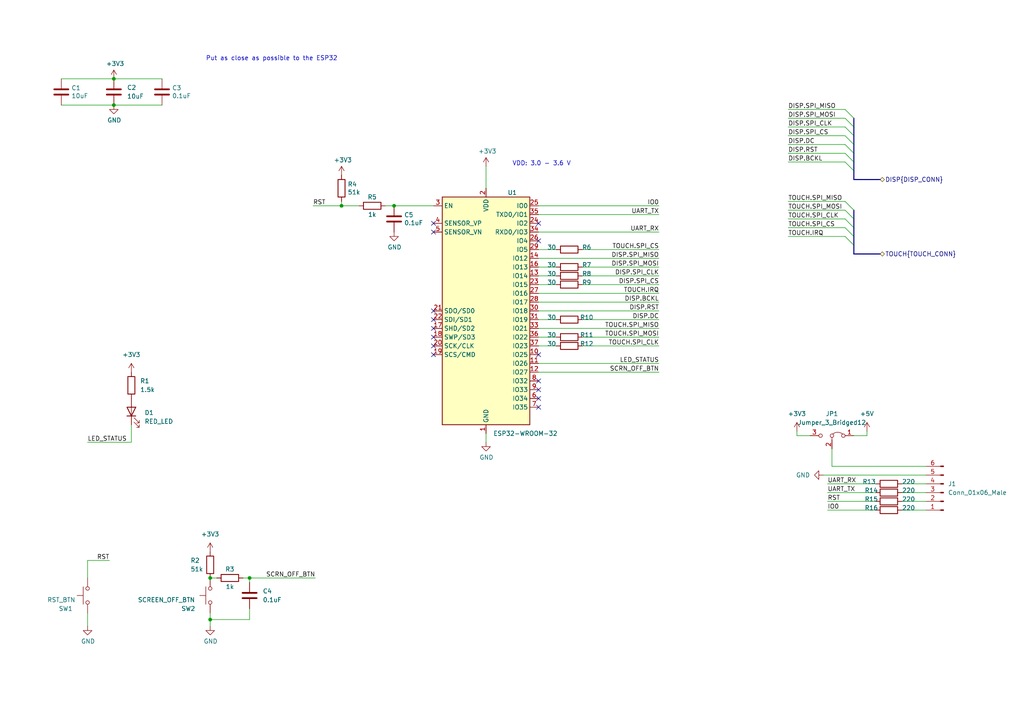
<source format=kicad_sch>
(kicad_sch (version 20211123) (generator eeschema)
  (paper "A4")
  (title_block (title "MCU") (date "2022/01/07") (rev "v0.1") (company "Bzgec"))
  (lib_symbols
    (symbol "Connector:Conn_01x06_Male" (pin_names (offset 1.016) hide)
      (property "Reference" "J" (at 0 7.62 0))
      (property "Value" "Conn_01x06_Male" (at 0 -10.16 0))
      (symbol "Conn_01x06_Male_1_1"
        (polyline (pts (xy 1.27 -7.62) (xy 0.8636 -7.62)) (stroke (width 0.1524)))
        (polyline (pts (xy 1.27 -5.08) (xy 0.8636 -5.08)) (stroke (width 0.1524)))
        (polyline (pts (xy 1.27 -2.54) (xy 0.8636 -2.54)) (stroke (width 0.1524)))
        (polyline (pts (xy 1.27 0) (xy 0.8636 0)) (stroke (width 0.1524)))
        (polyline (pts (xy 1.27 2.54) (xy 0.8636 2.54)) (stroke (width 0.1524)))
        (polyline (pts (xy 1.27 5.08) (xy 0.8636 5.08)) (stroke (width 0.1524)))
        (rectangle (start 0.8636 -7.493) (end 0 -7.747) (stroke (width 0.1524)) (fill (type outline)))
        (rectangle (start 0.8636 -4.953) (end 0 -5.207) (stroke (width 0.1524)) (fill (type outline)))
        (rectangle (start 0.8636 -2.413) (end 0 -2.667) (stroke (width 0.1524)) (fill (type outline)))
        (rectangle (start 0.8636 0.127) (end 0 -0.127) (stroke (width 0.1524)) (fill (type outline)))
        (rectangle (start 0.8636 2.667) (end 0 2.413) (stroke (width 0.1524)) (fill (type outline)))
        (rectangle (start 0.8636 5.207) (end 0 4.953) (stroke (width 0.1524)) (fill (type outline)))
        (pin passive line (at 5.08 5.08 180) (length 3.81) (name "Pin_1") (number "1"))
        (pin passive line (at 5.08 2.54 180) (length 3.81) (name "Pin_2") (number "2"))
        (pin passive line (at 5.08 0 180) (length 3.81) (name "Pin_3") (number "3"))
        (pin passive line (at 5.08 -2.54 180) (length 3.81) (name "Pin_4") (number "4"))
        (pin passive line (at 5.08 -5.08 180) (length 3.81) (name "Pin_5") (number "5"))
        (pin passive line (at 5.08 -7.62 180) (length 3.81) (name "Pin_6") (number "6"))
      )
    )
    (symbol "Device:C" (pin_numbers hide) (pin_names (offset 0.254))
      (property "Reference" "C" (at 0.635 2.54 0))
      (property "Value" "C" (at 0.635 -2.54 0))
      (symbol "C_0_1"
        (polyline (pts (xy -2.032 -0.762) (xy 2.032 -0.762)) (stroke (width 0.508)))
        (polyline (pts (xy -2.032 0.762) (xy 2.032 0.762)) (stroke (width 0.508)))
      )
      (symbol "C_1_1"
        (pin passive line (at 0 3.81 270) (length 2.794) (name "~") (number "1"))
        (pin passive line (at 0 -3.81 90) (length 2.794) (name "~") (number "2"))
      )
    )
    (symbol "Device:LED" (pin_numbers hide) (pin_names (offset 1.016) hide)
      (property "Reference" "D" (at 0 2.54 0))
      (property "Value" "LED" (at 0 -2.54 0))
      (symbol "LED_0_1"
        (polyline (pts (xy -1.27 -1.27) (xy -1.27 1.27)) (stroke (width 0.254)))
        (polyline (pts (xy -1.27 0) (xy 1.27 0)))
        (polyline (pts (xy 1.27 -1.27) (xy 1.27 1.27) (xy -1.27 0) (xy 1.27 -1.27)) (stroke (width 0.254)))
        (polyline (pts (xy -3.048 -0.762) (xy -4.572 -2.286) (xy -3.81 -2.286) (xy -4.572 -2.286) (xy -4.572 -1.524)))
        (polyline (pts (xy -1.778 -0.762) (xy -3.302 -2.286) (xy -2.54 -2.286) (xy -3.302 -2.286) (xy -3.302 -1.524)))
      )
      (symbol "LED_1_1"
        (pin passive line (at -3.81 0 0) (length 2.54) (name "K") (number "1"))
        (pin passive line (at 3.81 0 180) (length 2.54) (name "A") (number "2"))
      )
    )
    (symbol "Device:R" (pin_numbers hide) (pin_names (offset 0))
      (property "Reference" "R" (at 2.032 0 90))
      (property "Value" "R" (at 0 0 90))
      (symbol "R_0_1"
        (rectangle (start -1.016 -2.54) (end 1.016 2.54) (stroke (width 0.254)))
      )
      (symbol "R_1_1"
        (pin passive line (at 0 3.81 270) (length 1.27) (name "~") (number "1"))
        (pin passive line (at 0 -3.81 90) (length 1.27) (name "~") (number "2"))
      )
    )
    (symbol "Jumper:Jumper_3_Bridged12" (pin_names (offset 0) hide)
      (property "Reference" "JP" (at -2.54 -2.54 0))
      (property "Value" "Jumper_3_Bridged12" (at 0 2.794 0))
      (symbol "Jumper_3_Bridged12_0_0"
        (circle (center -3.302 0) (radius 0.508))
        (circle (center 0 0) (radius 0.508))
        (circle (center 3.302 0) (radius 0.508))
      )
      (symbol "Jumper_3_Bridged12_0_1"
        (arc (start -0.254 0.508) (mid -1.651 0.9912) (end -3.048 0.508))
        (polyline (pts (xy 0 -1.27) (xy 0 -0.508)))
      )
      (symbol "Jumper_3_Bridged12_1_1"
        (pin passive line (at -6.35 0 0) (length 2.54) (name "A") (number "1"))
        (pin input line (at 0 -3.81 90) (length 2.54) (name "C") (number "2"))
        (pin passive line (at 6.35 0 180) (length 2.54) (name "B") (number "3"))
      )
    )
    (symbol "RF_Module:ESP32-WROOM-32"
      (property "Reference" "U" (at -12.7 34.29 0))
      (property "Value" "ESP32-WROOM-32" (at 1.27 34.29 0))
      (symbol "ESP32-WROOM-32_0_1"
        (rectangle (start -12.7 33.02) (end 12.7 -33.02) (stroke (width 0.254)) (fill (type background)))
      )
      (symbol "ESP32-WROOM-32_1_1"
        (pin power_in line (at 0 -35.56 90) (length 2.54) (name "GND") (number "1"))
        (pin bidirectional line (at 15.24 -12.7 180) (length 2.54) (name "IO25") (number "10"))
        (pin bidirectional line (at 15.24 -15.24 180) (length 2.54) (name "IO26") (number "11"))
        (pin bidirectional line (at 15.24 -17.78 180) (length 2.54) (name "IO27") (number "12"))
        (pin bidirectional line (at 15.24 10.16 180) (length 2.54) (name "IO14") (number "13"))
        (pin bidirectional line (at 15.24 15.24 180) (length 2.54) (name "IO12") (number "14"))
        (pin passive line (at 0 -35.56 90) (length 2.54) hide (name "GND") (number "15"))
        (pin bidirectional line (at 15.24 12.7 180) (length 2.54) (name "IO13") (number "16"))
        (pin bidirectional line (at -15.24 -5.08 0) (length 2.54) (name "SHD/SD2") (number "17"))
        (pin bidirectional line (at -15.24 -7.62 0) (length 2.54) (name "SWP/SD3") (number "18"))
        (pin bidirectional line (at -15.24 -12.7 0) (length 2.54) (name "SCS/CMD") (number "19"))
        (pin power_in line (at 0 35.56 270) (length 2.54) (name "VDD") (number "2"))
        (pin bidirectional line (at -15.24 -10.16 0) (length 2.54) (name "SCK/CLK") (number "20"))
        (pin bidirectional line (at -15.24 0 0) (length 2.54) (name "SDO/SD0") (number "21"))
        (pin bidirectional line (at -15.24 -2.54 0) (length 2.54) (name "SDI/SD1") (number "22"))
        (pin bidirectional line (at 15.24 7.62 180) (length 2.54) (name "IO15") (number "23"))
        (pin bidirectional line (at 15.24 25.4 180) (length 2.54) (name "IO2") (number "24"))
        (pin bidirectional line (at 15.24 30.48 180) (length 2.54) (name "IO0") (number "25"))
        (pin bidirectional line (at 15.24 20.32 180) (length 2.54) (name "IO4") (number "26"))
        (pin bidirectional line (at 15.24 5.08 180) (length 2.54) (name "IO16") (number "27"))
        (pin bidirectional line (at 15.24 2.54 180) (length 2.54) (name "IO17") (number "28"))
        (pin bidirectional line (at 15.24 17.78 180) (length 2.54) (name "IO5") (number "29"))
        (pin input line (at -15.24 30.48 0) (length 2.54) (name "EN") (number "3"))
        (pin bidirectional line (at 15.24 0 180) (length 2.54) (name "IO18") (number "30"))
        (pin bidirectional line (at 15.24 -2.54 180) (length 2.54) (name "IO19") (number "31"))
        (pin no_connect line (at -12.7 -27.94 0) (length 2.54) hide (name "NC") (number "32"))
        (pin bidirectional line (at 15.24 -5.08 180) (length 2.54) (name "IO21") (number "33"))
        (pin bidirectional line (at 15.24 22.86 180) (length 2.54) (name "RXD0/IO3") (number "34"))
        (pin bidirectional line (at 15.24 27.94 180) (length 2.54) (name "TXD0/IO1") (number "35"))
        (pin bidirectional line (at 15.24 -7.62 180) (length 2.54) (name "IO22") (number "36"))
        (pin bidirectional line (at 15.24 -10.16 180) (length 2.54) (name "IO23") (number "37"))
        (pin passive line (at 0 -35.56 90) (length 2.54) hide (name "GND") (number "38"))
        (pin passive line (at 0 -35.56 90) (length 2.54) hide (name "GND") (number "39"))
        (pin input line (at -15.24 25.4 0) (length 2.54) (name "SENSOR_VP") (number "4"))
        (pin input line (at -15.24 22.86 0) (length 2.54) (name "SENSOR_VN") (number "5"))
        (pin input line (at 15.24 -25.4 180) (length 2.54) (name "IO34") (number "6"))
        (pin input line (at 15.24 -27.94 180) (length 2.54) (name "IO35") (number "7"))
        (pin bidirectional line (at 15.24 -20.32 180) (length 2.54) (name "IO32") (number "8"))
        (pin bidirectional line (at 15.24 -22.86 180) (length 2.54) (name "IO33") (number "9"))
      )
    )
    (symbol "Switch:SW_Push" (pin_numbers hide) (pin_names (offset 1.016) hide)
      (property "Reference" "SW" (at 1.27 2.54 0))
      (property "Value" "SW_Push" (at 0 -1.524 0))
      (symbol "SW_Push_0_1"
        (circle (center -2.032 0) (radius 0.508))
        (polyline (pts (xy 0 1.27) (xy 0 3.048)))
        (polyline (pts (xy 2.54 1.27) (xy -2.54 1.27)))
        (circle (center 2.032 0) (radius 0.508))
        (pin passive line (at -5.08 0 0) (length 2.54) (name "1") (number "1"))
        (pin passive line (at 5.08 0 180) (length 2.54) (name "2") (number "2"))
      )
    )
    (symbol "power:+3.3V" (power) (pin_names (offset 0))
      (property "Value" "+3.3V" (at 0 3.556 0))
      (symbol "+3.3V_0_1"
        (polyline (pts (xy -0.762 1.27) (xy 0 2.54)))
        (polyline (pts (xy 0 0) (xy 0 2.54)))
        (polyline (pts (xy 0 2.54) (xy 0.762 1.27)))
      )
      (symbol "+3.3V_1_1"
        (pin power_in line (at 0 0 90) (length 0) hide (name "+3V3") (number "1"))
      )
    )
    (symbol "power:+5V" (power) (pin_names (offset 0))
      (property "Value" "+5V" (at 0 3.556 0))
      (symbol "+5V_0_1"
        (polyline (pts (xy -0.762 1.27) (xy 0 2.54)))
        (polyline (pts (xy 0 0) (xy 0 2.54)))
        (polyline (pts (xy 0 2.54) (xy 0.762 1.27)))
      )
      (symbol "+5V_1_1"
        (pin power_in line (at 0 0 90) (length 0) hide (name "+5V") (number "1"))
      )
    )
    (symbol "power:GND" (power) (pin_names (offset 0))
      (property "Value" "GND" (at 0 -3.81 0))
      (symbol "GND_0_1"
        (polyline (pts (xy 0 0) (xy 0 -1.27) (xy 1.27 -1.27) (xy 0 -2.54) (xy -1.27 -1.27) (xy 0 -1.27)))
      )
      (symbol "GND_1_1"
        (pin power_in line (at 0 0 270) (length 0) hide (name "GND") (number "1"))
      )
    )
  )
  (bus_alias "TOUCH_CONN" (members "SPI_MISO" "SPI_MOSI" "SPI_CLK" "SPI_CS" "IRQ"))
  (junction (at 33.02 22.86))
  (junction (at 60.96 167.64))
  (junction (at 60.96 179.705))
  (junction (at 72.39 167.64))
  (junction (at 99.06 59.69))
  (junction (at 114.3 59.69))
  (junction (at 33.02 30.48))
  (no_connect (at 125.73 97.79))
  (no_connect (at 125.73 95.25))
  (no_connect (at 156.21 115.57))
  (no_connect (at 156.21 118.11))
  (no_connect (at 125.73 67.31))
  (no_connect (at 125.73 100.33))
  (no_connect (at 156.21 64.77))
  (no_connect (at 156.21 110.49))
  (no_connect (at 156.21 102.87))
  (no_connect (at 125.73 90.17))
  (no_connect (at 125.73 64.77))
  (no_connect (at 156.21 69.85))
  (no_connect (at 125.73 92.71))
  (no_connect (at 125.73 102.87))
  (no_connect (at 156.21 113.03))
  (bus_entry (at 245.11 60.96) (size 2.54 2.54))
  (bus_entry (at 245.11 34.29) (size 2.54 2.54))
  (bus_entry (at 245.11 68.58) (size 2.54 2.54))
  (bus_entry (at 245.11 41.91) (size 2.54 2.54))
  (bus_entry (at 245.11 66.04) (size 2.54 2.54))
  (bus_entry (at 245.11 63.5) (size 2.54 2.54))
  (bus_entry (at 245.11 39.37) (size 2.54 2.54))
  (bus_entry (at 245.11 46.99) (size 2.54 2.54))
  (bus_entry (at 245.11 58.42) (size 2.54 2.54))
  (bus_entry (at 245.11 31.75) (size 2.54 2.54))
  (bus_entry (at 245.11 36.83) (size 2.54 2.54))
  (bus_entry (at 245.11 44.45) (size 2.54 2.54))
  (wire (pts (xy 245.11 60.96) (xy 228.6 60.96)))
  (wire (pts (xy 228.6 46.99) (xy 245.11 46.99)))
  (wire (pts (xy 33.02 22.86) (xy 46.99 22.86)))
  (wire (pts (xy 99.06 59.69) (xy 104.14 59.69)))
  (wire (pts (xy 17.78 22.86) (xy 33.02 22.86)))
  (wire (pts (xy 90.805 59.69) (xy 99.06 59.69)))
  (bus (pts (xy 247.65 39.37) (xy 247.65 41.91)))
  (wire (pts (xy 245.11 39.37) (xy 228.6 39.37)))
  (wire (pts (xy 156.21 107.95) (xy 191.135 107.95)))
  (wire (pts (xy 238.76 137.795) (xy 268.605 137.795)))
  (wire (pts (xy 156.21 67.31) (xy 191.135 67.31)))
  (bus (pts (xy 247.65 49.53) (xy 247.65 52.07)))
  (wire (pts (xy 72.39 176.53) (xy 72.39 179.705)))
  (bus (pts (xy 247.65 60.96) (xy 247.65 63.5)))
  (wire (pts (xy 60.96 179.705) (xy 60.96 181.61)))
  (wire (pts (xy 99.06 58.42) (xy 99.06 59.69)))
  (wire (pts (xy 168.91 97.79) (xy 191.135 97.79)))
  (bus (pts (xy 247.65 73.66) (xy 255.27 73.66)))
  (wire (pts (xy 228.6 36.83) (xy 245.11 36.83)))
  (wire (pts (xy 240.03 147.955) (xy 254 147.955)))
  (wire (pts (xy 247.65 126.365) (xy 251.46 126.365)))
  (wire (pts (xy 228.6 31.75) (xy 245.11 31.75)))
  (wire (pts (xy 156.21 90.17) (xy 191.135 90.17)))
  (bus (pts (xy 247.65 71.12) (xy 247.65 73.66)))
  (wire (pts (xy 156.21 85.09) (xy 191.135 85.09)))
  (bus (pts (xy 247.65 46.99) (xy 247.65 49.53)))
  (wire (pts (xy 25.4 162.56) (xy 25.4 167.64)))
  (wire (pts (xy 228.6 41.91) (xy 245.11 41.91)))
  (wire (pts (xy 111.76 59.69) (xy 114.3 59.69)))
  (wire (pts (xy 140.97 128.27) (xy 140.97 125.73)))
  (bus (pts (xy 247.65 34.29) (xy 247.65 36.83)))
  (wire (pts (xy 33.02 30.48) (xy 46.99 30.48)))
  (bus (pts (xy 247.65 41.91) (xy 247.65 44.45)))
  (bus (pts (xy 247.65 63.5) (xy 247.65 66.04)))
  (wire (pts (xy 72.39 167.64) (xy 72.39 168.91)))
  (wire (pts (xy 245.11 66.04) (xy 228.6 66.04)))
  (wire (pts (xy 231.14 125.095) (xy 231.14 126.365)))
  (wire (pts (xy 156.21 72.39) (xy 161.29 72.39)))
  (wire (pts (xy 268.605 140.335) (xy 261.62 140.335)))
  (wire (pts (xy 156.21 87.63) (xy 191.135 87.63)))
  (wire (pts (xy 25.4 177.8) (xy 25.4 181.61)))
  (wire (pts (xy 268.605 142.875) (xy 261.62 142.875)))
  (wire (pts (xy 168.91 80.01) (xy 191.135 80.01)))
  (wire (pts (xy 168.91 77.47) (xy 191.135 77.47)))
  (wire (pts (xy 60.96 179.705) (xy 72.39 179.705)))
  (wire (pts (xy 17.78 30.48) (xy 33.02 30.48)))
  (wire (pts (xy 228.6 63.5) (xy 245.11 63.5)))
  (bus (pts (xy 247.65 36.83) (xy 247.65 39.37)))
  (wire (pts (xy 168.91 82.55) (xy 191.135 82.55)))
  (wire (pts (xy 38.1 128.27) (xy 25.4 128.27)))
  (wire (pts (xy 156.21 74.93) (xy 191.135 74.93)))
  (wire (pts (xy 168.91 92.71) (xy 191.135 92.71)))
  (wire (pts (xy 228.6 68.58) (xy 245.11 68.58)))
  (wire (pts (xy 168.91 72.39) (xy 191.135 72.39)))
  (wire (pts (xy 240.03 142.875) (xy 254 142.875)))
  (wire (pts (xy 245.11 34.29) (xy 228.6 34.29)))
  (wire (pts (xy 156.21 92.71) (xy 161.29 92.71)))
  (wire (pts (xy 140.97 48.26) (xy 140.97 54.61)))
  (wire (pts (xy 228.6 58.42) (xy 245.11 58.42)))
  (wire (pts (xy 72.39 167.64) (xy 91.44 167.64)))
  (wire (pts (xy 231.14 126.365) (xy 234.95 126.365)))
  (bus (pts (xy 247.65 44.45) (xy 247.65 46.99)))
  (wire (pts (xy 156.21 100.33) (xy 161.29 100.33)))
  (wire (pts (xy 241.3 130.175) (xy 241.3 135.255)))
  (wire (pts (xy 25.4 162.56) (xy 31.75 162.56)))
  (wire (pts (xy 125.73 59.69) (xy 114.3 59.69)))
  (wire (pts (xy 168.91 100.33) (xy 191.135 100.33)))
  (wire (pts (xy 60.96 177.8) (xy 60.96 179.705)))
  (wire (pts (xy 240.03 140.335) (xy 254 140.335)))
  (wire (pts (xy 38.1 123.19) (xy 38.1 128.27)))
  (wire (pts (xy 156.21 62.23) (xy 191.135 62.23)))
  (wire (pts (xy 156.21 105.41) (xy 191.135 105.41)))
  (bus (pts (xy 247.65 52.07) (xy 255.27 52.07)))
  (wire (pts (xy 156.21 80.01) (xy 161.29 80.01)))
  (bus (pts (xy 247.65 66.04) (xy 247.65 68.58)))
  (wire (pts (xy 156.21 97.79) (xy 161.29 97.79)))
  (wire (pts (xy 156.21 77.47) (xy 161.29 77.47)))
  (wire (pts (xy 156.21 82.55) (xy 161.29 82.55)))
  (wire (pts (xy 251.46 126.365) (xy 251.46 125.095)))
  (wire (pts (xy 245.11 44.45) (xy 228.6 44.45)))
  (wire (pts (xy 240.03 145.415) (xy 254 145.415)))
  (wire (pts (xy 70.485 167.64) (xy 72.39 167.64)))
  (wire (pts (xy 156.21 95.25) (xy 191.135 95.25)))
  (wire (pts (xy 268.605 145.415) (xy 261.62 145.415)))
  (wire (pts (xy 268.605 147.955) (xy 261.62 147.955)))
  (wire (pts (xy 156.21 59.69) (xy 191.135 59.69)))
  (bus (pts (xy 247.65 68.58) (xy 247.65 71.12)))
  (wire (pts (xy 241.3 135.255) (xy 268.605 135.255)))
  (wire (pts (xy 60.96 167.64) (xy 62.865 167.64)))
  (text "Put as close as possible to the ESP32" (at 59.69 17.78 0) (effects (font (size 1.27 1.27)) (justify left bottom)))
  (text "VDD: 3.0 - 3.6 V" (at 148.59 48.26 0) (effects (font (size 1.27 1.27)) (justify left bottom)))
  (label "UART_TX" (at 191.135 62.23 180))
  (label "RST" (at 31.75 162.56 180))
  (label "SCRN_OFF_BTN" (at 91.44 167.64 180))
  (label "DISP.BCKL" (at 191.135 87.63 180))
  (label "DISP.SPI_CS" (at 228.6 39.37 0))
  (label "UART_RX" (at 191.135 67.31 180))
  (label "TOUCH.SPI_MISO" (at 228.6 58.42 0))
  (label "TOUCH.IRQ" (at 228.6 68.58 0))
  (label "IO0" (at 240.03 147.955 0))
  (label "DISP.SPI_CLK" (at 191.135 80.01 180))
  (label "TOUCH.IRQ" (at 191.135 85.09 180))
  (label "TOUCH.SPI_CS" (at 228.6 66.04 0))
  (label "DISP.SPI_MOSI" (at 191.135 77.47 180))
  (label "LED_STATUS" (at 191.135 105.41 180))
  (label "TOUCH.SPI_CLK" (at 228.6 63.5 0))
  (label "DISP.SPI_CLK" (at 228.6 36.83 0))
  (label "DISP.DC" (at 228.6 41.91 0))
  (label "TOUCH.SPI_MISO" (at 191.135 95.25 180))
  (label "TOUCH.SPI_CLK" (at 191.135 100.33 180))
  (label "TOUCH.SPI_MOSI" (at 228.6 60.96 0))
  (label "DISP.BCKL" (at 228.6 46.99 0))
  (label "DISP.DC" (at 191.135 92.71 180))
  (label "DISP.SPI_MISO" (at 228.6 31.75 0))
  (label "LED_STATUS" (at 25.4 128.27 0))
  (label "DISP.SPI_MOSI" (at 228.6 34.29 0))
  (label "UART_RX" (at 240.03 140.335 0))
  (label "RST" (at 240.03 145.415 0))
  (label "DISP.SPI_CS" (at 191.135 82.55 180))
  (label "UART_TX" (at 240.03 142.875 0))
  (label "DISP.SPI_MISO" (at 191.135 74.93 180))
  (label "RST" (at 90.805 59.69 0))
  (label "DISP.RST" (at 228.6 44.45 0))
  (label "TOUCH.SPI_CS" (at 191.135 72.39 180))
  (label "DISP.RST" (at 191.135 90.17 180))
  (label "IO0" (at 191.135 59.69 180))
  (label "TOUCH.SPI_MOSI" (at 191.135 97.79 180))
  (label "SCRN_OFF_BTN" (at 191.135 107.95 180))
  (hierarchical_label "DISP{DISP_CONN}" (shape bidirectional) (at 255.27 52.07 0))
  (hierarchical_label "TOUCH{TOUCH_CONN}" (shape bidirectional) (at 255.27 73.66 0))
  (symbol (lib_id "RF_Module:ESP32-WROOM-32") (at 140.97 90.17 0) (unit 1)
    (property "Reference" "U1" (at 148.59 55.88 0))
    (property "Value" "ESP32-WROOM-32" (at 152.4 125.73 0))
    (property "Footprint" "RF_Module:ESP32-WROOM-32" (effects hide))
    (property "Datasheet" "https://www.espressif.com/sites/default/files/documentation/esp32-wroom-32_datasheet_en.pdf" (effects hide))
  )
  (symbol (lib_id "Device:R") (at 99.06 54.61 0) (unit 1)
    (property "Reference" "R4" (at 100.838 53.4416 0) (effects (justify left)))
    (property "Value" "51k" (at 100.838 55.753 0) (effects (justify left)))
    (property "Footprint" "Resistor_SMD:R_0603_1608Metric_Pad0.98x0.95mm_HandSolder" (effects hide))
  )
  (symbol (lib_id "Device:C") (at 114.3 63.5 0) (unit 1)
    (property "Reference" "C5" (at 117.221 62.3316 0) (effects (justify left)))
    (property "Value" "0.1uF" (at 117.221 64.643 0) (effects (justify left)))
    (property "Footprint" "Capacitor_SMD:C_0603_1608Metric_Pad1.08x0.95mm_HandSolder" (effects hide))
  )
  (symbol (lib_id "power:GND") (at 114.3 67.31 0) (unit 1)
    (property "Reference" "#PWR08" (effects hide))
    (property "Value" "GND" (at 114.427 71.7042 0))
  )
  (symbol (lib_id "power:+3.3V") (at 99.06 50.8 0) (unit 1)
    (property "Reference" "#PWR07" (effects hide))
    (property "Value" "+3.3V" (at 99.441 46.4058 0))
  )
  (symbol (lib_id "power:+3.3V") (at 140.97 48.26 0) (unit 1)
    (property "Reference" "#PWR09" (effects hide))
    (property "Value" "+3.3V" (at 141.351 43.8658 0))
  )
  (symbol (lib_id "power:GND") (at 140.97 128.27 0) (unit 1)
    (property "Reference" "#PWR010" (effects hide))
    (property "Value" "GND" (at 141.097 132.6642 0))
  )
  (symbol (lib_id "Device:C") (at 17.78 26.67 0) (unit 1)
    (property "Reference" "C1" (at 20.701 25.5016 0) (effects (justify left)))
    (property "Value" "10uF" (at 20.701 27.813 0) (effects (justify left)))
    (property "Footprint" "Capacitor_SMD:C_0603_1608Metric_Pad1.08x0.95mm_HandSolder" (effects hide))
  )
  (symbol (lib_id "Device:C") (at 46.99 26.67 0) (unit 1)
    (property "Reference" "C3" (at 49.911 25.5016 0) (effects (justify left)))
    (property "Value" "0.1uF" (at 49.911 27.813 0) (effects (justify left)))
    (property "Footprint" "Capacitor_SMD:C_0603_1608Metric_Pad1.08x0.95mm_HandSolder" (effects hide))
  )
  (symbol (lib_id "power:GND") (at 33.02 30.48 0) (unit 1)
    (property "Reference" "#PWR03" (effects hide))
    (property "Value" "GND" (at 33.147 34.8742 0))
  )
  (symbol (lib_id "power:+3.3V") (at 33.02 22.86 0) (unit 1)
    (property "Reference" "#PWR02" (effects hide))
    (property "Value" "+3.3V" (at 33.401 18.4658 0))
  )
  (symbol (lib_id "Switch:SW_Push") (at 25.4 172.72 90) (mirror x) (unit 1)
    (property "Reference" "SW1" (at 19.05 176.53 90))
    (property "Value" "RST_BTN" (at 17.78 173.99 90))
    (property "Footprint" "Button_Switch_THT:SW_Tactile_SPST_Angled_PTS645Vx83-2LFS" (effects hide))
  )
  (symbol (lib_id "power:GND") (at 25.4 181.61 0) (unit 1)
    (property "Reference" "#PWR01" (effects hide))
    (property "Value" "GND" (at 25.527 186.0042 0))
  )
  (symbol (lib_id "Switch:SW_Push") (at 60.96 172.72 90) (mirror x) (unit 1)
    (property "Reference" "SW2" (at 54.61 176.53 90))
    (property "Value" "SCREEN_OFF_BTN" (at 48.26 173.99 90))
    (property "Footprint" "Button_Switch_THT:SW_Tactile_SPST_Angled_PTS645Vx83-2LFS" (effects hide))
  )
  (symbol (lib_id "power:GND") (at 60.96 181.61 0) (unit 1)
    (property "Reference" "#PWR06" (effects hide))
    (property "Value" "GND" (at 61.087 186.0042 0))
  )
  (symbol (lib_id "Device:R") (at 107.95 59.69 90) (unit 1)
    (property "Reference" "R5" (at 107.95 57.15 90))
    (property "Value" "1k" (at 107.95 62.23 90))
    (property "Footprint" "Resistor_SMD:R_0603_1608Metric_Pad0.98x0.95mm_HandSolder" (effects hide))
  )
  (symbol (lib_id "Device:R") (at 257.81 145.415 90) (unit 1)
    (property "Reference" "R15" (at 252.73 144.78 90))
    (property "Value" "220" (at 263.525 144.78 90))
    (property "Footprint" "Resistor_SMD:R_0603_1608Metric_Pad0.98x0.95mm_HandSolder" (effects hide))
  )
  (symbol (lib_id "Device:R") (at 165.1 92.71 90) (unit 1)
    (property "Reference" "R10" (at 170.18 92.075 90))
    (property "Value" "30" (at 160.02 92.075 90))
    (property "Footprint" "Resistor_SMD:R_0603_1608Metric_Pad0.98x0.95mm_HandSolder" (effects hide))
  )
  (symbol (lib_id "Device:LED") (at 38.1 119.38 90) (unit 1)
    (property "Reference" "D1" (at 41.91 119.6974 90) (effects (justify right)))
    (property "Value" "RED_LED" (at 41.91 122.2374 90) (effects (justify right)))
    (property "Footprint" "Diode_SMD:D_0603_1608Metric_Pad1.05x0.95mm_HandSolder" (effects hide))
    (property "Datasheet" "https://www.we-online.com/katalog/datasheet/150060RS75000.pdf" (effects hide))
  )
  (symbol (lib_id "Device:C") (at 33.02 26.67 0) (unit 1)
    (property "Reference" "C2" (at 36.83 25.3999 0) (effects (justify left)))
    (property "Value" "10uF" (at 36.83 27.9399 0) (effects (justify left)))
    (property "Footprint" "Capacitor_SMD:C_0603_1608Metric_Pad1.08x0.95mm_HandSolder" (effects hide))
  )
  (symbol (lib_id "power:+5V") (at 251.46 125.095 0) (unit 1)
    (property "Reference" "#PWR013" (effects hide))
    (property "Value" "+5V" (at 251.46 120.015 0))
  )
  (symbol (lib_id "power:GND") (at 238.76 137.795 270) (unit 1)
    (property "Reference" "#PWR012" (effects hide))
    (property "Value" "GND" (at 234.95 137.7949 90) (effects (justify right)))
  )
  (symbol (lib_id "power:+3.3V") (at 60.96 160.02 0) (unit 1)
    (property "Reference" "#PWR05" (effects hide))
    (property "Value" "+3.3V" (at 60.96 154.94 0))
  )
  (symbol (lib_id "power:+3.3V") (at 38.1 107.95 0) (unit 1)
    (property "Reference" "#PWR04" (effects hide))
    (property "Value" "+3.3V" (at 38.1 102.87 0))
  )
  (symbol (lib_id "Jumper:Jumper_3_Bridged12") (at 241.3 126.365 0) (mirror y) (unit 1)
    (property "Reference" "JP1" (at 241.3 120.015 0))
    (property "Value" "Jumper_3_Bridged12" (at 241.3 122.555 0))
    (property "Footprint" "Jumper:SolderJumper-3_P1.3mm_Bridged12_RoundedPad1.0x1.5mm" (effects hide))
  )
  (symbol (lib_id "Device:R") (at 60.96 163.83 0) (unit 1)
    (property "Reference" "R2" (at 55.245 162.56 0) (effects (justify left)))
    (property "Value" "51k" (at 55.245 165.1 0) (effects (justify left)))
    (property "Footprint" "Resistor_SMD:R_0603_1608Metric_Pad0.98x0.95mm_HandSolder" (effects hide))
  )
  (symbol (lib_id "Device:R") (at 165.1 82.55 90) (unit 1)
    (property "Reference" "R9" (at 170.18 81.915 90))
    (property "Value" "30" (at 160.02 81.915 90))
    (property "Footprint" "Resistor_SMD:R_0603_1608Metric_Pad0.98x0.95mm_HandSolder" (effects hide))
  )
  (symbol (lib_id "Connector:Conn_01x06_Male") (at 273.685 142.875 180) (unit 1)
    (property "Reference" "J1" (at 274.955 140.3349 0) (effects (justify right)))
    (property "Value" "Conn_01x06_Male" (at 274.955 142.8749 0) (effects (justify right)))
    (property "Footprint" "Connector_PinHeader_2.54mm:PinHeader_1x06_P2.54mm_Horizontal" (effects hide))
  )
  (symbol (lib_id "Device:R") (at 257.81 147.955 90) (unit 1)
    (property "Reference" "R16" (at 252.73 147.32 90))
    (property "Value" "220" (at 263.525 147.32 90))
    (property "Footprint" "Resistor_SMD:R_0603_1608Metric_Pad0.98x0.95mm_HandSolder" (effects hide))
  )
  (symbol (lib_id "Device:R") (at 257.81 142.875 90) (unit 1)
    (property "Reference" "R14" (at 252.73 142.24 90))
    (property "Value" "220" (at 263.525 142.24 90))
    (property "Footprint" "Resistor_SMD:R_0603_1608Metric_Pad0.98x0.95mm_HandSolder" (effects hide))
  )
  (symbol (lib_id "Device:R") (at 66.675 167.64 270) (unit 1)
    (property "Reference" "R3" (at 66.675 165.1 90))
    (property "Value" "1k" (at 66.675 170.18 90))
    (property "Footprint" "Resistor_SMD:R_0603_1608Metric_Pad0.98x0.95mm_HandSolder" (effects hide))
  )
  (symbol (lib_id "Device:R") (at 165.1 77.47 90) (unit 1)
    (property "Reference" "R7" (at 170.18 76.835 90))
    (property "Value" "30" (at 160.02 76.835 90))
    (property "Footprint" "Resistor_SMD:R_0603_1608Metric_Pad0.98x0.95mm_HandSolder" (effects hide))
  )
  (symbol (lib_id "Device:R") (at 38.1 111.76 0) (unit 1)
    (property "Reference" "R1" (at 40.64 110.4899 0) (effects (justify left)))
    (property "Value" "1.5k" (at 40.64 113.0299 0) (effects (justify left)))
    (property "Footprint" "Resistor_SMD:R_0603_1608Metric_Pad0.98x0.95mm_HandSolder" (effects hide))
  )
  (symbol (lib_id "Device:R") (at 165.1 80.01 90) (unit 1)
    (property "Reference" "R8" (at 170.18 79.375 90))
    (property "Value" "30" (at 160.02 79.375 90))
    (property "Footprint" "Resistor_SMD:R_0603_1608Metric_Pad0.98x0.95mm_HandSolder" (effects hide))
  )
  (symbol (lib_id "Device:R") (at 165.1 97.79 90) (unit 1)
    (property "Reference" "R11" (at 170.18 97.155 90))
    (property "Value" "30" (at 160.02 97.155 90))
    (property "Footprint" "Resistor_SMD:R_0603_1608Metric_Pad0.98x0.95mm_HandSolder" (effects hide))
  )
  (symbol (lib_id "power:+3.3V") (at 231.14 125.095 0) (unit 1)
    (property "Reference" "#PWR011" (effects hide))
    (property "Value" "+3.3V" (at 231.14 120.015 0))
  )
  (symbol (lib_id "Device:R") (at 165.1 100.33 90) (unit 1)
    (property "Reference" "R12" (at 170.18 99.695 90))
    (property "Value" "30" (at 160.02 99.695 90))
    (property "Footprint" "Resistor_SMD:R_0603_1608Metric_Pad0.98x0.95mm_HandSolder" (effects hide))
  )
  (symbol (lib_id "Device:R") (at 257.81 140.335 90) (unit 1)
    (property "Reference" "R13" (at 252.095 139.7 90))
    (property "Value" "220" (at 263.525 139.7 90))
    (property "Footprint" "Resistor_SMD:R_0603_1608Metric_Pad0.98x0.95mm_HandSolder" (effects hide))
  )
  (symbol (lib_id "Device:R") (at 165.1 72.39 90) (unit 1)
    (property "Reference" "R6" (at 170.18 71.755 90))
    (property "Value" "30" (at 160.02 71.755 90))
    (property "Footprint" "Resistor_SMD:R_0603_1608Metric_Pad0.98x0.95mm_HandSolder" (effects hide))
  )
  (symbol (lib_id "Device:C") (at 72.39 172.72 0) (unit 1)
    (property "Reference" "C4" (at 76.2 171.4499 0) (effects (justify left)))
    (property "Value" "0.1uF" (at 76.2 173.9899 0) (effects (justify left)))
    (property "Footprint" "Capacitor_SMD:C_0603_1608Metric_Pad1.08x0.95mm_HandSolder" (effects hide))
  )
)
</source>
